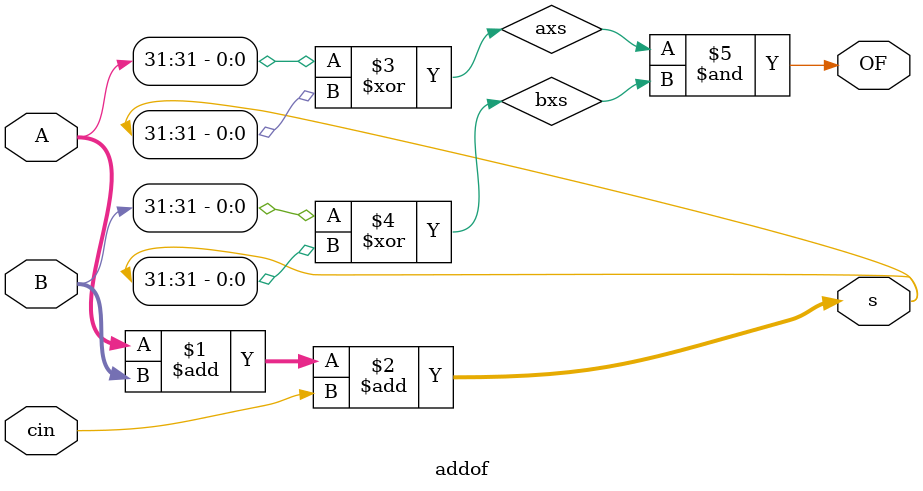
<source format=sv>
module addof(input logic [31:0]A, B, input logic cin,
output logic [31:0] s, output logic OF);

logic axs;
logic bxs;

assign s = A + B + cin;

assign axs = A[31] ^ s[31];
assign bxs = B[31] ^ s[31];

assign OF = axs & bxs;

endmodule
</source>
